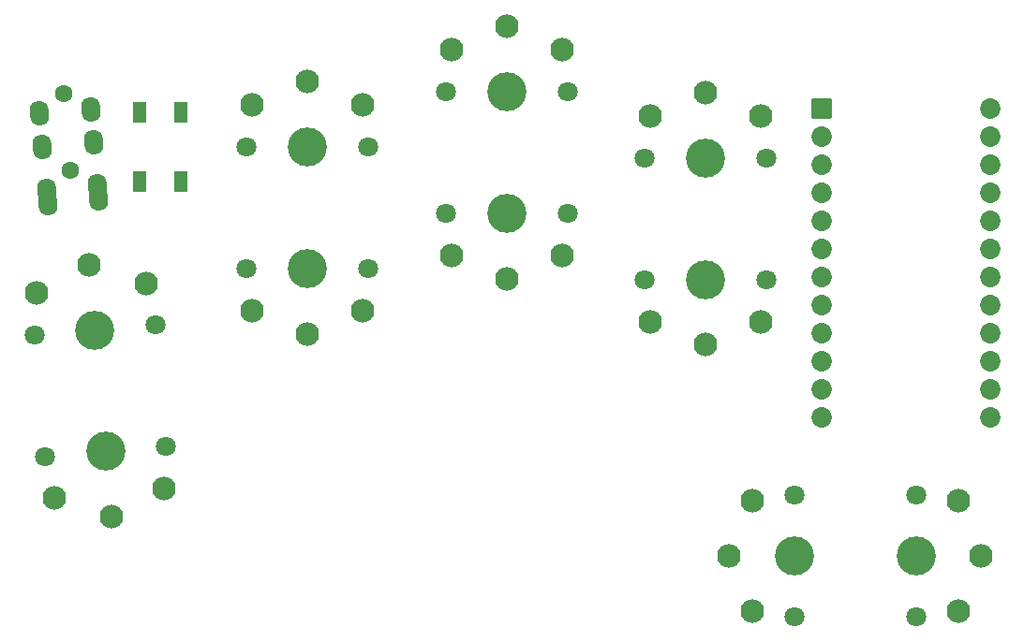
<source format=gbr>
%TF.GenerationSoftware,KiCad,Pcbnew,6.99.0*%
%TF.CreationDate,2021-12-29T17:54:12+01:00*%
%TF.ProjectId,tiny20C,74696e79-3230-4432-9e6b-696361645f70,VERSION_HERE*%
%TF.SameCoordinates,Original*%
%TF.FileFunction,Soldermask,Top*%
%TF.FilePolarity,Negative*%
%FSLAX46Y46*%
G04 Gerber Fmt 4.6, Leading zero omitted, Abs format (unit mm)*
G04 Created by KiCad (PCBNEW 6.99.0) date 2021-12-29 17:54:12*
%MOMM*%
%LPD*%
G01*
G04 APERTURE LIST*
G04 Aperture macros list*
%AMRoundRect*
0 Rectangle with rounded corners*
0 $1 Rounding radius*
0 $2 $3 $4 $5 $6 $7 $8 $9 X,Y pos of 4 corners*
0 Add a 4 corners polygon primitive as box body*
4,1,4,$2,$3,$4,$5,$6,$7,$8,$9,$2,$3,0*
0 Add four circle primitives for the rounded corners*
1,1,$1+$1,$2,$3*
1,1,$1+$1,$4,$5*
1,1,$1+$1,$6,$7*
1,1,$1+$1,$8,$9*
0 Add four rect primitives between the rounded corners*
20,1,$1+$1,$2,$3,$4,$5,0*
20,1,$1+$1,$4,$5,$6,$7,0*
20,1,$1+$1,$6,$7,$8,$9,0*
20,1,$1+$1,$8,$9,$2,$3,0*%
%AMHorizOval*
0 Thick line with rounded ends*
0 $1 width*
0 $2 $3 position (X,Y) of the first rounded end (center of the circle)*
0 $4 $5 position (X,Y) of the second rounded end (center of the circle)*
0 Add line between two ends*
20,1,$1,$2,$3,$4,$5,0*
0 Add two circle primitives to create the rounded ends*
1,1,$1,$2,$3*
1,1,$1,$4,$5*%
G04 Aperture macros list end*
%ADD10RoundRect,0.050000X0.550000X-0.900000X0.550000X0.900000X-0.550000X0.900000X-0.550000X-0.900000X0*%
%ADD11RoundRect,0.050000X-0.876300X0.876300X-0.876300X-0.876300X0.876300X-0.876300X0.876300X0.876300X0*%
%ADD12C,1.852600*%
%ADD13C,3.529000*%
%ADD14C,1.801800*%
%ADD15C,2.132000*%
%ADD16C,1.600000*%
%ADD17HorizOval,1.700000X-0.026147X0.298858X0.026147X-0.298858X0*%
G04 APERTURE END LIST*
D10*
%TO.C,B1*%
X185750000Y-124150000D03*
X185750000Y-117950000D03*
X189450000Y-117950000D03*
X189450000Y-124150000D03*
%TD*%
D11*
%TO.C,MCU1*%
X247330000Y-117580000D03*
D12*
X247330000Y-120120000D03*
X247330000Y-122660000D03*
X247330000Y-125200000D03*
X247330000Y-127740000D03*
X247330000Y-130280000D03*
X247330000Y-132820000D03*
X247330000Y-135360000D03*
X247330000Y-137900000D03*
X247330000Y-140440000D03*
X247330000Y-142980000D03*
X247330000Y-145520000D03*
X262570000Y-117580000D03*
X262570000Y-120120000D03*
X262570000Y-122660000D03*
X262570000Y-125200000D03*
X262570000Y-127740000D03*
X262570000Y-130280000D03*
X262570000Y-132820000D03*
X262570000Y-135360000D03*
X262570000Y-137900000D03*
X262570000Y-140440000D03*
X262570000Y-142980000D03*
X262570000Y-145520000D03*
%TD*%
D13*
%TO.C,S1*%
X182661365Y-148584351D03*
D14*
X188140436Y-148104994D03*
X177182294Y-149063708D03*
D15*
X178011583Y-152805670D03*
X187973530Y-151934112D03*
X183175584Y-154461900D03*
X183175584Y-154461900D03*
%TD*%
D14*
%TO.C,S7*%
X231400000Y-133050000D03*
D13*
X236900000Y-133050000D03*
D14*
X242400000Y-133050000D03*
D15*
X241900000Y-136850000D03*
X231900000Y-136850000D03*
X236900000Y-138950000D03*
X236900000Y-138950000D03*
%TD*%
D14*
%TO.C,S3*%
X195400000Y-132050000D03*
D13*
X200900000Y-132050000D03*
D14*
X206400000Y-132050000D03*
D15*
X205900000Y-135850000D03*
X195900000Y-135850000D03*
X200900000Y-137950000D03*
X200900000Y-137950000D03*
%TD*%
D13*
%TO.C,S6*%
X218900000Y-116050000D03*
D14*
X224400000Y-116050000D03*
X213400000Y-116050000D03*
D15*
X213900000Y-112250000D03*
X223900000Y-112250000D03*
X218900000Y-110150000D03*
X218900000Y-110150000D03*
%TD*%
D14*
%TO.C,S9*%
X244900000Y-163550000D03*
D13*
X244900000Y-158050000D03*
D14*
X244900000Y-152550000D03*
D15*
X241100000Y-163050000D03*
X241100000Y-153050000D03*
X239000000Y-158050000D03*
X239000000Y-158050000D03*
%TD*%
D14*
%TO.C,S2*%
X176223580Y-138105566D03*
X187181722Y-137146852D03*
D13*
X181702651Y-137626209D03*
D15*
X186352433Y-133404890D03*
X176390486Y-134276448D03*
X181188432Y-131748660D03*
X181188432Y-131748660D03*
%TD*%
D14*
%TO.C,S8*%
X242400000Y-122050000D03*
X231400000Y-122050000D03*
D13*
X236900000Y-122050000D03*
D15*
X231900000Y-118250000D03*
X241900000Y-118250000D03*
X236900000Y-116150000D03*
X236900000Y-116150000D03*
%TD*%
D14*
%TO.C,S4*%
X206400000Y-121050000D03*
D13*
X200900000Y-121050000D03*
D14*
X195400000Y-121050000D03*
D15*
X195900000Y-117250000D03*
X205900000Y-117250000D03*
X200900000Y-115150000D03*
X200900000Y-115150000D03*
%TD*%
D16*
%TO.C,REF\u002A\u002A*%
X178859957Y-116232466D03*
X179470048Y-123205829D03*
D17*
X181996616Y-125695096D03*
X177414120Y-126096013D03*
X181900745Y-124599282D03*
X177318249Y-125000198D03*
X176969626Y-121015420D03*
X181552122Y-120614503D03*
X181290654Y-117625919D03*
X176708159Y-118026835D03*
%TD*%
D14*
%TO.C,S10*%
X255900000Y-163550000D03*
D13*
X255900000Y-158050000D03*
D14*
X255900000Y-152550000D03*
D15*
X259700000Y-163050000D03*
X259700000Y-153050000D03*
X261800000Y-158050000D03*
X261800000Y-158050000D03*
%TD*%
D14*
%TO.C,S5*%
X213400000Y-127050000D03*
X224400000Y-127050000D03*
D13*
X218900000Y-127050000D03*
D15*
X213900000Y-130850000D03*
X223900000Y-130850000D03*
X218900000Y-132950000D03*
X218900000Y-132950000D03*
%TD*%
M02*

</source>
